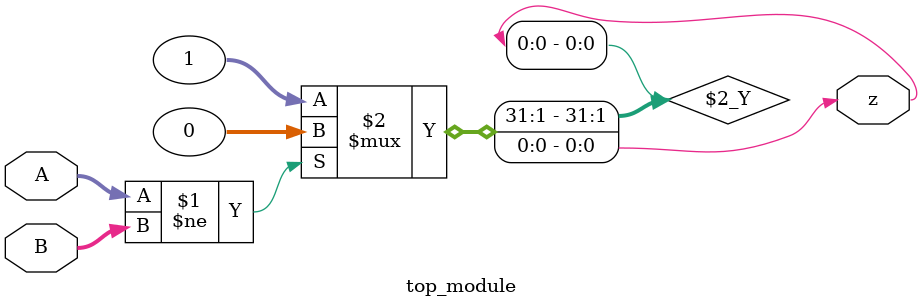
<source format=v>
module top_module ( input [1:0] A, input [1:0] B, output z ); 
    assign z= (A!=B) ? 0 : 1; 
endmodule

</source>
